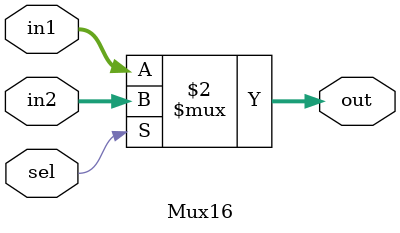
<source format=v>
module Mux16(in1,in2,sel,out);
    input [15:0] in1,in2;
    input sel;
    output [15:0] out;

    assign out = (sel == 0) ? in1 : in2;
endmodule

</source>
